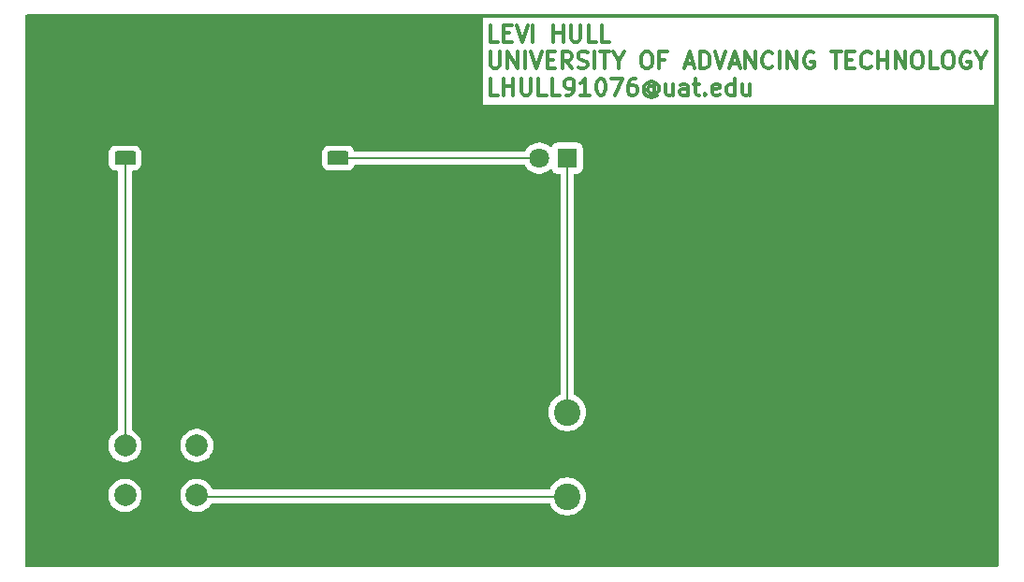
<source format=gbr>
%TF.GenerationSoftware,KiCad,Pcbnew,9.0.6*%
%TF.CreationDate,2025-11-23T11:18:46-06:00*%
%TF.ProjectId,pcb,7063622e-6b69-4636-9164-5f7063625858,rev?*%
%TF.SameCoordinates,Original*%
%TF.FileFunction,Copper,L1,Top*%
%TF.FilePolarity,Positive*%
%FSLAX46Y46*%
G04 Gerber Fmt 4.6, Leading zero omitted, Abs format (unit mm)*
G04 Created by KiCad (PCBNEW 9.0.6) date 2025-11-23 11:18:46*
%MOMM*%
%LPD*%
G01*
G04 APERTURE LIST*
G04 Aperture macros list*
%AMRoundRect*
0 Rectangle with rounded corners*
0 $1 Rounding radius*
0 $2 $3 $4 $5 $6 $7 $8 $9 X,Y pos of 4 corners*
0 Add a 4 corners polygon primitive as box body*
4,1,4,$2,$3,$4,$5,$6,$7,$8,$9,$2,$3,0*
0 Add four circle primitives for the rounded corners*
1,1,$1+$1,$2,$3*
1,1,$1+$1,$4,$5*
1,1,$1+$1,$6,$7*
1,1,$1+$1,$8,$9*
0 Add four rect primitives between the rounded corners*
20,1,$1+$1,$2,$3,$4,$5,0*
20,1,$1+$1,$4,$5,$6,$7,0*
20,1,$1+$1,$6,$7,$8,$9,0*
20,1,$1+$1,$8,$9,$2,$3,0*%
G04 Aperture macros list end*
%ADD10C,0.300000*%
%TA.AperFunction,NonConductor*%
%ADD11C,0.300000*%
%TD*%
%TA.AperFunction,ComponentPad*%
%ADD12C,2.000000*%
%TD*%
%TA.AperFunction,ComponentPad*%
%ADD13R,1.800000X1.800000*%
%TD*%
%TA.AperFunction,ComponentPad*%
%ADD14C,1.800000*%
%TD*%
%TA.AperFunction,SMDPad,CuDef*%
%ADD15RoundRect,0.190500X-0.762000X-0.444500X0.762000X-0.444500X0.762000X0.444500X-0.762000X0.444500X0*%
%TD*%
%TA.AperFunction,ComponentPad*%
%ADD16C,2.400000*%
%TD*%
%TA.AperFunction,Conductor*%
%ADD17C,0.200000*%
%TD*%
G04 APERTURE END LIST*
D10*
D11*
X138268796Y-82970996D02*
X137554510Y-82970996D01*
X137554510Y-82970996D02*
X137554510Y-81470996D01*
X138768796Y-82185282D02*
X139268796Y-82185282D01*
X139483082Y-82970996D02*
X138768796Y-82970996D01*
X138768796Y-82970996D02*
X138768796Y-81470996D01*
X138768796Y-81470996D02*
X139483082Y-81470996D01*
X139911654Y-81470996D02*
X140411654Y-82970996D01*
X140411654Y-82970996D02*
X140911654Y-81470996D01*
X141411653Y-82970996D02*
X141411653Y-81470996D01*
X143268796Y-82970996D02*
X143268796Y-81470996D01*
X143268796Y-82185282D02*
X144125939Y-82185282D01*
X144125939Y-82970996D02*
X144125939Y-81470996D01*
X144840225Y-81470996D02*
X144840225Y-82685282D01*
X144840225Y-82685282D02*
X144911654Y-82828139D01*
X144911654Y-82828139D02*
X144983083Y-82899568D01*
X144983083Y-82899568D02*
X145125940Y-82970996D01*
X145125940Y-82970996D02*
X145411654Y-82970996D01*
X145411654Y-82970996D02*
X145554511Y-82899568D01*
X145554511Y-82899568D02*
X145625940Y-82828139D01*
X145625940Y-82828139D02*
X145697368Y-82685282D01*
X145697368Y-82685282D02*
X145697368Y-81470996D01*
X147125940Y-82970996D02*
X146411654Y-82970996D01*
X146411654Y-82970996D02*
X146411654Y-81470996D01*
X148340226Y-82970996D02*
X147625940Y-82970996D01*
X147625940Y-82970996D02*
X147625940Y-81470996D01*
X137554510Y-83885912D02*
X137554510Y-85100198D01*
X137554510Y-85100198D02*
X137625939Y-85243055D01*
X137625939Y-85243055D02*
X137697368Y-85314484D01*
X137697368Y-85314484D02*
X137840225Y-85385912D01*
X137840225Y-85385912D02*
X138125939Y-85385912D01*
X138125939Y-85385912D02*
X138268796Y-85314484D01*
X138268796Y-85314484D02*
X138340225Y-85243055D01*
X138340225Y-85243055D02*
X138411653Y-85100198D01*
X138411653Y-85100198D02*
X138411653Y-83885912D01*
X139125939Y-85385912D02*
X139125939Y-83885912D01*
X139125939Y-83885912D02*
X139983082Y-85385912D01*
X139983082Y-85385912D02*
X139983082Y-83885912D01*
X140697368Y-85385912D02*
X140697368Y-83885912D01*
X141197369Y-83885912D02*
X141697369Y-85385912D01*
X141697369Y-85385912D02*
X142197369Y-83885912D01*
X142697368Y-84600198D02*
X143197368Y-84600198D01*
X143411654Y-85385912D02*
X142697368Y-85385912D01*
X142697368Y-85385912D02*
X142697368Y-83885912D01*
X142697368Y-83885912D02*
X143411654Y-83885912D01*
X144911654Y-85385912D02*
X144411654Y-84671626D01*
X144054511Y-85385912D02*
X144054511Y-83885912D01*
X144054511Y-83885912D02*
X144625940Y-83885912D01*
X144625940Y-83885912D02*
X144768797Y-83957341D01*
X144768797Y-83957341D02*
X144840226Y-84028769D01*
X144840226Y-84028769D02*
X144911654Y-84171626D01*
X144911654Y-84171626D02*
X144911654Y-84385912D01*
X144911654Y-84385912D02*
X144840226Y-84528769D01*
X144840226Y-84528769D02*
X144768797Y-84600198D01*
X144768797Y-84600198D02*
X144625940Y-84671626D01*
X144625940Y-84671626D02*
X144054511Y-84671626D01*
X145483083Y-85314484D02*
X145697369Y-85385912D01*
X145697369Y-85385912D02*
X146054511Y-85385912D01*
X146054511Y-85385912D02*
X146197369Y-85314484D01*
X146197369Y-85314484D02*
X146268797Y-85243055D01*
X146268797Y-85243055D02*
X146340226Y-85100198D01*
X146340226Y-85100198D02*
X146340226Y-84957341D01*
X146340226Y-84957341D02*
X146268797Y-84814484D01*
X146268797Y-84814484D02*
X146197369Y-84743055D01*
X146197369Y-84743055D02*
X146054511Y-84671626D01*
X146054511Y-84671626D02*
X145768797Y-84600198D01*
X145768797Y-84600198D02*
X145625940Y-84528769D01*
X145625940Y-84528769D02*
X145554511Y-84457341D01*
X145554511Y-84457341D02*
X145483083Y-84314484D01*
X145483083Y-84314484D02*
X145483083Y-84171626D01*
X145483083Y-84171626D02*
X145554511Y-84028769D01*
X145554511Y-84028769D02*
X145625940Y-83957341D01*
X145625940Y-83957341D02*
X145768797Y-83885912D01*
X145768797Y-83885912D02*
X146125940Y-83885912D01*
X146125940Y-83885912D02*
X146340226Y-83957341D01*
X146983082Y-85385912D02*
X146983082Y-83885912D01*
X147483083Y-83885912D02*
X148340226Y-83885912D01*
X147911654Y-85385912D02*
X147911654Y-83885912D01*
X149125940Y-84671626D02*
X149125940Y-85385912D01*
X148625940Y-83885912D02*
X149125940Y-84671626D01*
X149125940Y-84671626D02*
X149625940Y-83885912D01*
X151554511Y-83885912D02*
X151840225Y-83885912D01*
X151840225Y-83885912D02*
X151983082Y-83957341D01*
X151983082Y-83957341D02*
X152125939Y-84100198D01*
X152125939Y-84100198D02*
X152197368Y-84385912D01*
X152197368Y-84385912D02*
X152197368Y-84885912D01*
X152197368Y-84885912D02*
X152125939Y-85171626D01*
X152125939Y-85171626D02*
X151983082Y-85314484D01*
X151983082Y-85314484D02*
X151840225Y-85385912D01*
X151840225Y-85385912D02*
X151554511Y-85385912D01*
X151554511Y-85385912D02*
X151411654Y-85314484D01*
X151411654Y-85314484D02*
X151268796Y-85171626D01*
X151268796Y-85171626D02*
X151197368Y-84885912D01*
X151197368Y-84885912D02*
X151197368Y-84385912D01*
X151197368Y-84385912D02*
X151268796Y-84100198D01*
X151268796Y-84100198D02*
X151411654Y-83957341D01*
X151411654Y-83957341D02*
X151554511Y-83885912D01*
X153340225Y-84600198D02*
X152840225Y-84600198D01*
X152840225Y-85385912D02*
X152840225Y-83885912D01*
X152840225Y-83885912D02*
X153554511Y-83885912D01*
X155197368Y-84957341D02*
X155911654Y-84957341D01*
X155054511Y-85385912D02*
X155554511Y-83885912D01*
X155554511Y-83885912D02*
X156054511Y-85385912D01*
X156554510Y-85385912D02*
X156554510Y-83885912D01*
X156554510Y-83885912D02*
X156911653Y-83885912D01*
X156911653Y-83885912D02*
X157125939Y-83957341D01*
X157125939Y-83957341D02*
X157268796Y-84100198D01*
X157268796Y-84100198D02*
X157340225Y-84243055D01*
X157340225Y-84243055D02*
X157411653Y-84528769D01*
X157411653Y-84528769D02*
X157411653Y-84743055D01*
X157411653Y-84743055D02*
X157340225Y-85028769D01*
X157340225Y-85028769D02*
X157268796Y-85171626D01*
X157268796Y-85171626D02*
X157125939Y-85314484D01*
X157125939Y-85314484D02*
X156911653Y-85385912D01*
X156911653Y-85385912D02*
X156554510Y-85385912D01*
X157840225Y-83885912D02*
X158340225Y-85385912D01*
X158340225Y-85385912D02*
X158840225Y-83885912D01*
X159268796Y-84957341D02*
X159983082Y-84957341D01*
X159125939Y-85385912D02*
X159625939Y-83885912D01*
X159625939Y-83885912D02*
X160125939Y-85385912D01*
X160625938Y-85385912D02*
X160625938Y-83885912D01*
X160625938Y-83885912D02*
X161483081Y-85385912D01*
X161483081Y-85385912D02*
X161483081Y-83885912D01*
X163054510Y-85243055D02*
X162983082Y-85314484D01*
X162983082Y-85314484D02*
X162768796Y-85385912D01*
X162768796Y-85385912D02*
X162625939Y-85385912D01*
X162625939Y-85385912D02*
X162411653Y-85314484D01*
X162411653Y-85314484D02*
X162268796Y-85171626D01*
X162268796Y-85171626D02*
X162197367Y-85028769D01*
X162197367Y-85028769D02*
X162125939Y-84743055D01*
X162125939Y-84743055D02*
X162125939Y-84528769D01*
X162125939Y-84528769D02*
X162197367Y-84243055D01*
X162197367Y-84243055D02*
X162268796Y-84100198D01*
X162268796Y-84100198D02*
X162411653Y-83957341D01*
X162411653Y-83957341D02*
X162625939Y-83885912D01*
X162625939Y-83885912D02*
X162768796Y-83885912D01*
X162768796Y-83885912D02*
X162983082Y-83957341D01*
X162983082Y-83957341D02*
X163054510Y-84028769D01*
X163697367Y-85385912D02*
X163697367Y-83885912D01*
X164411653Y-85385912D02*
X164411653Y-83885912D01*
X164411653Y-83885912D02*
X165268796Y-85385912D01*
X165268796Y-85385912D02*
X165268796Y-83885912D01*
X166768797Y-83957341D02*
X166625940Y-83885912D01*
X166625940Y-83885912D02*
X166411654Y-83885912D01*
X166411654Y-83885912D02*
X166197368Y-83957341D01*
X166197368Y-83957341D02*
X166054511Y-84100198D01*
X166054511Y-84100198D02*
X165983082Y-84243055D01*
X165983082Y-84243055D02*
X165911654Y-84528769D01*
X165911654Y-84528769D02*
X165911654Y-84743055D01*
X165911654Y-84743055D02*
X165983082Y-85028769D01*
X165983082Y-85028769D02*
X166054511Y-85171626D01*
X166054511Y-85171626D02*
X166197368Y-85314484D01*
X166197368Y-85314484D02*
X166411654Y-85385912D01*
X166411654Y-85385912D02*
X166554511Y-85385912D01*
X166554511Y-85385912D02*
X166768797Y-85314484D01*
X166768797Y-85314484D02*
X166840225Y-85243055D01*
X166840225Y-85243055D02*
X166840225Y-84743055D01*
X166840225Y-84743055D02*
X166554511Y-84743055D01*
X168411654Y-83885912D02*
X169268797Y-83885912D01*
X168840225Y-85385912D02*
X168840225Y-83885912D01*
X169768796Y-84600198D02*
X170268796Y-84600198D01*
X170483082Y-85385912D02*
X169768796Y-85385912D01*
X169768796Y-85385912D02*
X169768796Y-83885912D01*
X169768796Y-83885912D02*
X170483082Y-83885912D01*
X171983082Y-85243055D02*
X171911654Y-85314484D01*
X171911654Y-85314484D02*
X171697368Y-85385912D01*
X171697368Y-85385912D02*
X171554511Y-85385912D01*
X171554511Y-85385912D02*
X171340225Y-85314484D01*
X171340225Y-85314484D02*
X171197368Y-85171626D01*
X171197368Y-85171626D02*
X171125939Y-85028769D01*
X171125939Y-85028769D02*
X171054511Y-84743055D01*
X171054511Y-84743055D02*
X171054511Y-84528769D01*
X171054511Y-84528769D02*
X171125939Y-84243055D01*
X171125939Y-84243055D02*
X171197368Y-84100198D01*
X171197368Y-84100198D02*
X171340225Y-83957341D01*
X171340225Y-83957341D02*
X171554511Y-83885912D01*
X171554511Y-83885912D02*
X171697368Y-83885912D01*
X171697368Y-83885912D02*
X171911654Y-83957341D01*
X171911654Y-83957341D02*
X171983082Y-84028769D01*
X172625939Y-85385912D02*
X172625939Y-83885912D01*
X172625939Y-84600198D02*
X173483082Y-84600198D01*
X173483082Y-85385912D02*
X173483082Y-83885912D01*
X174197368Y-85385912D02*
X174197368Y-83885912D01*
X174197368Y-83885912D02*
X175054511Y-85385912D01*
X175054511Y-85385912D02*
X175054511Y-83885912D01*
X176054512Y-83885912D02*
X176340226Y-83885912D01*
X176340226Y-83885912D02*
X176483083Y-83957341D01*
X176483083Y-83957341D02*
X176625940Y-84100198D01*
X176625940Y-84100198D02*
X176697369Y-84385912D01*
X176697369Y-84385912D02*
X176697369Y-84885912D01*
X176697369Y-84885912D02*
X176625940Y-85171626D01*
X176625940Y-85171626D02*
X176483083Y-85314484D01*
X176483083Y-85314484D02*
X176340226Y-85385912D01*
X176340226Y-85385912D02*
X176054512Y-85385912D01*
X176054512Y-85385912D02*
X175911655Y-85314484D01*
X175911655Y-85314484D02*
X175768797Y-85171626D01*
X175768797Y-85171626D02*
X175697369Y-84885912D01*
X175697369Y-84885912D02*
X175697369Y-84385912D01*
X175697369Y-84385912D02*
X175768797Y-84100198D01*
X175768797Y-84100198D02*
X175911655Y-83957341D01*
X175911655Y-83957341D02*
X176054512Y-83885912D01*
X178054512Y-85385912D02*
X177340226Y-85385912D01*
X177340226Y-85385912D02*
X177340226Y-83885912D01*
X178840227Y-83885912D02*
X179125941Y-83885912D01*
X179125941Y-83885912D02*
X179268798Y-83957341D01*
X179268798Y-83957341D02*
X179411655Y-84100198D01*
X179411655Y-84100198D02*
X179483084Y-84385912D01*
X179483084Y-84385912D02*
X179483084Y-84885912D01*
X179483084Y-84885912D02*
X179411655Y-85171626D01*
X179411655Y-85171626D02*
X179268798Y-85314484D01*
X179268798Y-85314484D02*
X179125941Y-85385912D01*
X179125941Y-85385912D02*
X178840227Y-85385912D01*
X178840227Y-85385912D02*
X178697370Y-85314484D01*
X178697370Y-85314484D02*
X178554512Y-85171626D01*
X178554512Y-85171626D02*
X178483084Y-84885912D01*
X178483084Y-84885912D02*
X178483084Y-84385912D01*
X178483084Y-84385912D02*
X178554512Y-84100198D01*
X178554512Y-84100198D02*
X178697370Y-83957341D01*
X178697370Y-83957341D02*
X178840227Y-83885912D01*
X180911656Y-83957341D02*
X180768799Y-83885912D01*
X180768799Y-83885912D02*
X180554513Y-83885912D01*
X180554513Y-83885912D02*
X180340227Y-83957341D01*
X180340227Y-83957341D02*
X180197370Y-84100198D01*
X180197370Y-84100198D02*
X180125941Y-84243055D01*
X180125941Y-84243055D02*
X180054513Y-84528769D01*
X180054513Y-84528769D02*
X180054513Y-84743055D01*
X180054513Y-84743055D02*
X180125941Y-85028769D01*
X180125941Y-85028769D02*
X180197370Y-85171626D01*
X180197370Y-85171626D02*
X180340227Y-85314484D01*
X180340227Y-85314484D02*
X180554513Y-85385912D01*
X180554513Y-85385912D02*
X180697370Y-85385912D01*
X180697370Y-85385912D02*
X180911656Y-85314484D01*
X180911656Y-85314484D02*
X180983084Y-85243055D01*
X180983084Y-85243055D02*
X180983084Y-84743055D01*
X180983084Y-84743055D02*
X180697370Y-84743055D01*
X181911656Y-84671626D02*
X181911656Y-85385912D01*
X181411656Y-83885912D02*
X181911656Y-84671626D01*
X181911656Y-84671626D02*
X182411656Y-83885912D01*
X138268796Y-87800828D02*
X137554510Y-87800828D01*
X137554510Y-87800828D02*
X137554510Y-86300828D01*
X138768796Y-87800828D02*
X138768796Y-86300828D01*
X138768796Y-87015114D02*
X139625939Y-87015114D01*
X139625939Y-87800828D02*
X139625939Y-86300828D01*
X140340225Y-86300828D02*
X140340225Y-87515114D01*
X140340225Y-87515114D02*
X140411654Y-87657971D01*
X140411654Y-87657971D02*
X140483083Y-87729400D01*
X140483083Y-87729400D02*
X140625940Y-87800828D01*
X140625940Y-87800828D02*
X140911654Y-87800828D01*
X140911654Y-87800828D02*
X141054511Y-87729400D01*
X141054511Y-87729400D02*
X141125940Y-87657971D01*
X141125940Y-87657971D02*
X141197368Y-87515114D01*
X141197368Y-87515114D02*
X141197368Y-86300828D01*
X142625940Y-87800828D02*
X141911654Y-87800828D01*
X141911654Y-87800828D02*
X141911654Y-86300828D01*
X143840226Y-87800828D02*
X143125940Y-87800828D01*
X143125940Y-87800828D02*
X143125940Y-86300828D01*
X144411655Y-87800828D02*
X144697369Y-87800828D01*
X144697369Y-87800828D02*
X144840226Y-87729400D01*
X144840226Y-87729400D02*
X144911655Y-87657971D01*
X144911655Y-87657971D02*
X145054512Y-87443685D01*
X145054512Y-87443685D02*
X145125941Y-87157971D01*
X145125941Y-87157971D02*
X145125941Y-86586542D01*
X145125941Y-86586542D02*
X145054512Y-86443685D01*
X145054512Y-86443685D02*
X144983084Y-86372257D01*
X144983084Y-86372257D02*
X144840226Y-86300828D01*
X144840226Y-86300828D02*
X144554512Y-86300828D01*
X144554512Y-86300828D02*
X144411655Y-86372257D01*
X144411655Y-86372257D02*
X144340226Y-86443685D01*
X144340226Y-86443685D02*
X144268798Y-86586542D01*
X144268798Y-86586542D02*
X144268798Y-86943685D01*
X144268798Y-86943685D02*
X144340226Y-87086542D01*
X144340226Y-87086542D02*
X144411655Y-87157971D01*
X144411655Y-87157971D02*
X144554512Y-87229400D01*
X144554512Y-87229400D02*
X144840226Y-87229400D01*
X144840226Y-87229400D02*
X144983084Y-87157971D01*
X144983084Y-87157971D02*
X145054512Y-87086542D01*
X145054512Y-87086542D02*
X145125941Y-86943685D01*
X146554512Y-87800828D02*
X145697369Y-87800828D01*
X146125940Y-87800828D02*
X146125940Y-86300828D01*
X146125940Y-86300828D02*
X145983083Y-86515114D01*
X145983083Y-86515114D02*
X145840226Y-86657971D01*
X145840226Y-86657971D02*
X145697369Y-86729400D01*
X147483083Y-86300828D02*
X147625940Y-86300828D01*
X147625940Y-86300828D02*
X147768797Y-86372257D01*
X147768797Y-86372257D02*
X147840226Y-86443685D01*
X147840226Y-86443685D02*
X147911654Y-86586542D01*
X147911654Y-86586542D02*
X147983083Y-86872257D01*
X147983083Y-86872257D02*
X147983083Y-87229400D01*
X147983083Y-87229400D02*
X147911654Y-87515114D01*
X147911654Y-87515114D02*
X147840226Y-87657971D01*
X147840226Y-87657971D02*
X147768797Y-87729400D01*
X147768797Y-87729400D02*
X147625940Y-87800828D01*
X147625940Y-87800828D02*
X147483083Y-87800828D01*
X147483083Y-87800828D02*
X147340226Y-87729400D01*
X147340226Y-87729400D02*
X147268797Y-87657971D01*
X147268797Y-87657971D02*
X147197368Y-87515114D01*
X147197368Y-87515114D02*
X147125940Y-87229400D01*
X147125940Y-87229400D02*
X147125940Y-86872257D01*
X147125940Y-86872257D02*
X147197368Y-86586542D01*
X147197368Y-86586542D02*
X147268797Y-86443685D01*
X147268797Y-86443685D02*
X147340226Y-86372257D01*
X147340226Y-86372257D02*
X147483083Y-86300828D01*
X148483082Y-86300828D02*
X149483082Y-86300828D01*
X149483082Y-86300828D02*
X148840225Y-87800828D01*
X150697368Y-86300828D02*
X150411653Y-86300828D01*
X150411653Y-86300828D02*
X150268796Y-86372257D01*
X150268796Y-86372257D02*
X150197368Y-86443685D01*
X150197368Y-86443685D02*
X150054510Y-86657971D01*
X150054510Y-86657971D02*
X149983082Y-86943685D01*
X149983082Y-86943685D02*
X149983082Y-87515114D01*
X149983082Y-87515114D02*
X150054510Y-87657971D01*
X150054510Y-87657971D02*
X150125939Y-87729400D01*
X150125939Y-87729400D02*
X150268796Y-87800828D01*
X150268796Y-87800828D02*
X150554510Y-87800828D01*
X150554510Y-87800828D02*
X150697368Y-87729400D01*
X150697368Y-87729400D02*
X150768796Y-87657971D01*
X150768796Y-87657971D02*
X150840225Y-87515114D01*
X150840225Y-87515114D02*
X150840225Y-87157971D01*
X150840225Y-87157971D02*
X150768796Y-87015114D01*
X150768796Y-87015114D02*
X150697368Y-86943685D01*
X150697368Y-86943685D02*
X150554510Y-86872257D01*
X150554510Y-86872257D02*
X150268796Y-86872257D01*
X150268796Y-86872257D02*
X150125939Y-86943685D01*
X150125939Y-86943685D02*
X150054510Y-87015114D01*
X150054510Y-87015114D02*
X149983082Y-87157971D01*
X152411653Y-87086542D02*
X152340224Y-87015114D01*
X152340224Y-87015114D02*
X152197367Y-86943685D01*
X152197367Y-86943685D02*
X152054510Y-86943685D01*
X152054510Y-86943685D02*
X151911653Y-87015114D01*
X151911653Y-87015114D02*
X151840224Y-87086542D01*
X151840224Y-87086542D02*
X151768796Y-87229400D01*
X151768796Y-87229400D02*
X151768796Y-87372257D01*
X151768796Y-87372257D02*
X151840224Y-87515114D01*
X151840224Y-87515114D02*
X151911653Y-87586542D01*
X151911653Y-87586542D02*
X152054510Y-87657971D01*
X152054510Y-87657971D02*
X152197367Y-87657971D01*
X152197367Y-87657971D02*
X152340224Y-87586542D01*
X152340224Y-87586542D02*
X152411653Y-87515114D01*
X152411653Y-86943685D02*
X152411653Y-87515114D01*
X152411653Y-87515114D02*
X152483081Y-87586542D01*
X152483081Y-87586542D02*
X152554510Y-87586542D01*
X152554510Y-87586542D02*
X152697367Y-87515114D01*
X152697367Y-87515114D02*
X152768796Y-87372257D01*
X152768796Y-87372257D02*
X152768796Y-87015114D01*
X152768796Y-87015114D02*
X152625939Y-86800828D01*
X152625939Y-86800828D02*
X152411653Y-86657971D01*
X152411653Y-86657971D02*
X152125939Y-86586542D01*
X152125939Y-86586542D02*
X151840224Y-86657971D01*
X151840224Y-86657971D02*
X151625939Y-86800828D01*
X151625939Y-86800828D02*
X151483081Y-87015114D01*
X151483081Y-87015114D02*
X151411653Y-87300828D01*
X151411653Y-87300828D02*
X151483081Y-87586542D01*
X151483081Y-87586542D02*
X151625939Y-87800828D01*
X151625939Y-87800828D02*
X151840224Y-87943685D01*
X151840224Y-87943685D02*
X152125939Y-88015114D01*
X152125939Y-88015114D02*
X152411653Y-87943685D01*
X152411653Y-87943685D02*
X152625939Y-87800828D01*
X154054510Y-86800828D02*
X154054510Y-87800828D01*
X153411652Y-86800828D02*
X153411652Y-87586542D01*
X153411652Y-87586542D02*
X153483081Y-87729400D01*
X153483081Y-87729400D02*
X153625938Y-87800828D01*
X153625938Y-87800828D02*
X153840224Y-87800828D01*
X153840224Y-87800828D02*
X153983081Y-87729400D01*
X153983081Y-87729400D02*
X154054510Y-87657971D01*
X155411653Y-87800828D02*
X155411653Y-87015114D01*
X155411653Y-87015114D02*
X155340224Y-86872257D01*
X155340224Y-86872257D02*
X155197367Y-86800828D01*
X155197367Y-86800828D02*
X154911653Y-86800828D01*
X154911653Y-86800828D02*
X154768795Y-86872257D01*
X155411653Y-87729400D02*
X155268795Y-87800828D01*
X155268795Y-87800828D02*
X154911653Y-87800828D01*
X154911653Y-87800828D02*
X154768795Y-87729400D01*
X154768795Y-87729400D02*
X154697367Y-87586542D01*
X154697367Y-87586542D02*
X154697367Y-87443685D01*
X154697367Y-87443685D02*
X154768795Y-87300828D01*
X154768795Y-87300828D02*
X154911653Y-87229400D01*
X154911653Y-87229400D02*
X155268795Y-87229400D01*
X155268795Y-87229400D02*
X155411653Y-87157971D01*
X155911653Y-86800828D02*
X156483081Y-86800828D01*
X156125938Y-86300828D02*
X156125938Y-87586542D01*
X156125938Y-87586542D02*
X156197367Y-87729400D01*
X156197367Y-87729400D02*
X156340224Y-87800828D01*
X156340224Y-87800828D02*
X156483081Y-87800828D01*
X156983081Y-87657971D02*
X157054510Y-87729400D01*
X157054510Y-87729400D02*
X156983081Y-87800828D01*
X156983081Y-87800828D02*
X156911653Y-87729400D01*
X156911653Y-87729400D02*
X156983081Y-87657971D01*
X156983081Y-87657971D02*
X156983081Y-87800828D01*
X158268796Y-87729400D02*
X158125939Y-87800828D01*
X158125939Y-87800828D02*
X157840225Y-87800828D01*
X157840225Y-87800828D02*
X157697367Y-87729400D01*
X157697367Y-87729400D02*
X157625939Y-87586542D01*
X157625939Y-87586542D02*
X157625939Y-87015114D01*
X157625939Y-87015114D02*
X157697367Y-86872257D01*
X157697367Y-86872257D02*
X157840225Y-86800828D01*
X157840225Y-86800828D02*
X158125939Y-86800828D01*
X158125939Y-86800828D02*
X158268796Y-86872257D01*
X158268796Y-86872257D02*
X158340225Y-87015114D01*
X158340225Y-87015114D02*
X158340225Y-87157971D01*
X158340225Y-87157971D02*
X157625939Y-87300828D01*
X159625939Y-87800828D02*
X159625939Y-86300828D01*
X159625939Y-87729400D02*
X159483081Y-87800828D01*
X159483081Y-87800828D02*
X159197367Y-87800828D01*
X159197367Y-87800828D02*
X159054510Y-87729400D01*
X159054510Y-87729400D02*
X158983081Y-87657971D01*
X158983081Y-87657971D02*
X158911653Y-87515114D01*
X158911653Y-87515114D02*
X158911653Y-87086542D01*
X158911653Y-87086542D02*
X158983081Y-86943685D01*
X158983081Y-86943685D02*
X159054510Y-86872257D01*
X159054510Y-86872257D02*
X159197367Y-86800828D01*
X159197367Y-86800828D02*
X159483081Y-86800828D01*
X159483081Y-86800828D02*
X159625939Y-86872257D01*
X160983082Y-86800828D02*
X160983082Y-87800828D01*
X160340224Y-86800828D02*
X160340224Y-87586542D01*
X160340224Y-87586542D02*
X160411653Y-87729400D01*
X160411653Y-87729400D02*
X160554510Y-87800828D01*
X160554510Y-87800828D02*
X160768796Y-87800828D01*
X160768796Y-87800828D02*
X160911653Y-87729400D01*
X160911653Y-87729400D02*
X160983082Y-87657971D01*
D12*
%TO.P,SW1,1,1*%
%TO.N,Net-(BT1--)*%
X104500000Y-119500000D03*
X111000000Y-119500000D03*
%TO.P,SW1,2,2*%
%TO.N,Net-(R1-Pad2)*%
X104500000Y-124000000D03*
X111000000Y-124000000D03*
%TD*%
D13*
%TO.P,D1,1,K*%
%TO.N,Net-(D1-K)*%
X144500000Y-93500000D03*
D14*
%TO.P,D1,2,A*%
%TO.N,Net-(BT1-+)*%
X141960000Y-93500000D03*
%TD*%
D15*
%TO.P,BT1,1,+*%
%TO.N,Net-(BT1-+)*%
X123800423Y-93500000D03*
%TO.P,BT1,2,-*%
%TO.N,Net-(BT1--)*%
X104500000Y-93500000D03*
%TD*%
D16*
%TO.P,R1,1*%
%TO.N,Net-(D1-K)*%
X144500000Y-116490000D03*
%TO.P,R1,2*%
%TO.N,Net-(R1-Pad2)*%
X144500000Y-124110000D03*
%TD*%
D17*
%TO.N,Net-(BT1--)*%
X104500000Y-119500000D02*
X104500000Y-93500000D01*
%TO.N,Net-(BT1-+)*%
X123800423Y-93500000D02*
X141960000Y-93500000D01*
%TO.N,Net-(D1-K)*%
X144500000Y-93500000D02*
X144500000Y-116490000D01*
%TO.N,Net-(R1-Pad2)*%
X111110000Y-124110000D02*
X111000000Y-124000000D01*
X144500000Y-124110000D02*
X111110000Y-124110000D01*
%TD*%
%TA.AperFunction,NonConductor*%
G36*
X183442539Y-80520185D02*
G01*
X183488294Y-80572989D01*
X183499500Y-80624500D01*
X183499500Y-130375500D01*
X183479815Y-130442539D01*
X183427011Y-130488294D01*
X183375500Y-130499500D01*
X95624500Y-130499500D01*
X95557461Y-130479815D01*
X95511706Y-130427011D01*
X95500500Y-130375500D01*
X95500500Y-123881902D01*
X102999500Y-123881902D01*
X102999500Y-124118097D01*
X103036446Y-124351368D01*
X103109433Y-124575996D01*
X103151110Y-124657790D01*
X103216657Y-124786433D01*
X103355483Y-124977510D01*
X103522490Y-125144517D01*
X103713567Y-125283343D01*
X103812991Y-125334002D01*
X103924003Y-125390566D01*
X103924005Y-125390566D01*
X103924008Y-125390568D01*
X104044412Y-125429689D01*
X104148631Y-125463553D01*
X104381903Y-125500500D01*
X104381908Y-125500500D01*
X104618097Y-125500500D01*
X104851368Y-125463553D01*
X105075992Y-125390568D01*
X105286433Y-125283343D01*
X105477510Y-125144517D01*
X105644517Y-124977510D01*
X105783343Y-124786433D01*
X105890568Y-124575992D01*
X105963553Y-124351368D01*
X106000500Y-124118097D01*
X106000500Y-123881902D01*
X109499500Y-123881902D01*
X109499500Y-124118097D01*
X109536446Y-124351368D01*
X109609433Y-124575996D01*
X109651110Y-124657790D01*
X109716657Y-124786433D01*
X109855483Y-124977510D01*
X110022490Y-125144517D01*
X110213567Y-125283343D01*
X110312991Y-125334002D01*
X110424003Y-125390566D01*
X110424005Y-125390566D01*
X110424008Y-125390568D01*
X110544412Y-125429689D01*
X110648631Y-125463553D01*
X110881903Y-125500500D01*
X110881908Y-125500500D01*
X111118097Y-125500500D01*
X111351368Y-125463553D01*
X111575992Y-125390568D01*
X111786433Y-125283343D01*
X111977510Y-125144517D01*
X112144517Y-124977510D01*
X112283343Y-124786433D01*
X112287534Y-124778206D01*
X112335508Y-124727410D01*
X112398020Y-124710500D01*
X142825273Y-124710500D01*
X142892312Y-124730185D01*
X142938067Y-124782989D01*
X142939834Y-124787048D01*
X142971590Y-124863717D01*
X142971593Y-124863722D01*
X142971595Y-124863726D01*
X143083052Y-125056774D01*
X143083057Y-125056780D01*
X143083058Y-125056782D01*
X143218751Y-125233622D01*
X143218757Y-125233629D01*
X143376370Y-125391242D01*
X143376377Y-125391248D01*
X143502294Y-125487867D01*
X143553226Y-125526948D01*
X143746274Y-125638405D01*
X143952219Y-125723710D01*
X144167537Y-125781404D01*
X144388543Y-125810500D01*
X144388550Y-125810500D01*
X144611450Y-125810500D01*
X144611457Y-125810500D01*
X144832463Y-125781404D01*
X145047781Y-125723710D01*
X145253726Y-125638405D01*
X145446774Y-125526948D01*
X145623624Y-125391247D01*
X145781247Y-125233624D01*
X145916948Y-125056774D01*
X146028405Y-124863726D01*
X146113710Y-124657781D01*
X146171404Y-124442463D01*
X146200500Y-124221457D01*
X146200500Y-123998543D01*
X146171404Y-123777537D01*
X146113710Y-123562219D01*
X146028405Y-123356274D01*
X145916948Y-123163226D01*
X145781247Y-122986376D01*
X145781242Y-122986370D01*
X145623629Y-122828757D01*
X145623622Y-122828751D01*
X145446782Y-122693058D01*
X145446780Y-122693057D01*
X145446774Y-122693052D01*
X145253726Y-122581595D01*
X145253722Y-122581593D01*
X145047790Y-122496293D01*
X145047783Y-122496291D01*
X145047781Y-122496290D01*
X144832463Y-122438596D01*
X144832457Y-122438595D01*
X144832452Y-122438594D01*
X144611466Y-122409501D01*
X144611463Y-122409500D01*
X144611457Y-122409500D01*
X144388543Y-122409500D01*
X144388537Y-122409500D01*
X144388533Y-122409501D01*
X144167547Y-122438594D01*
X144167540Y-122438595D01*
X144167537Y-122438596D01*
X143952219Y-122496290D01*
X143952209Y-122496293D01*
X143746277Y-122581593D01*
X143746273Y-122581595D01*
X143553226Y-122693052D01*
X143553217Y-122693058D01*
X143376377Y-122828751D01*
X143376370Y-122828757D01*
X143218757Y-122986370D01*
X143218751Y-122986377D01*
X143083058Y-123163217D01*
X143083052Y-123163226D01*
X142971595Y-123356273D01*
X142971590Y-123356282D01*
X142939834Y-123432952D01*
X142895994Y-123487356D01*
X142829700Y-123509421D01*
X142825273Y-123509500D01*
X112508437Y-123509500D01*
X112441398Y-123489815D01*
X112395643Y-123437011D01*
X112390757Y-123424464D01*
X112390569Y-123424009D01*
X112283342Y-123213566D01*
X112144517Y-123022490D01*
X111977510Y-122855483D01*
X111786433Y-122716657D01*
X111575996Y-122609433D01*
X111351368Y-122536446D01*
X111118097Y-122499500D01*
X111118092Y-122499500D01*
X110881908Y-122499500D01*
X110881903Y-122499500D01*
X110648631Y-122536446D01*
X110424003Y-122609433D01*
X110213566Y-122716657D01*
X110104550Y-122795862D01*
X110022490Y-122855483D01*
X110022488Y-122855485D01*
X110022487Y-122855485D01*
X109855485Y-123022487D01*
X109855485Y-123022488D01*
X109855483Y-123022490D01*
X109795862Y-123104550D01*
X109716657Y-123213566D01*
X109609433Y-123424003D01*
X109536446Y-123648631D01*
X109499500Y-123881902D01*
X106000500Y-123881902D01*
X105963553Y-123648631D01*
X105890566Y-123424003D01*
X105783342Y-123213566D01*
X105644517Y-123022490D01*
X105477510Y-122855483D01*
X105286433Y-122716657D01*
X105075996Y-122609433D01*
X104851368Y-122536446D01*
X104618097Y-122499500D01*
X104618092Y-122499500D01*
X104381908Y-122499500D01*
X104381903Y-122499500D01*
X104148631Y-122536446D01*
X103924003Y-122609433D01*
X103713566Y-122716657D01*
X103604550Y-122795862D01*
X103522490Y-122855483D01*
X103522488Y-122855485D01*
X103522487Y-122855485D01*
X103355485Y-123022487D01*
X103355485Y-123022488D01*
X103355483Y-123022490D01*
X103295862Y-123104550D01*
X103216657Y-123213566D01*
X103109433Y-123424003D01*
X103036446Y-123648631D01*
X102999500Y-123881902D01*
X95500500Y-123881902D01*
X95500500Y-119381902D01*
X102999500Y-119381902D01*
X102999500Y-119618097D01*
X103036446Y-119851368D01*
X103109433Y-120075996D01*
X103216657Y-120286433D01*
X103355483Y-120477510D01*
X103522490Y-120644517D01*
X103713567Y-120783343D01*
X103812991Y-120834002D01*
X103924003Y-120890566D01*
X103924005Y-120890566D01*
X103924008Y-120890568D01*
X104044412Y-120929689D01*
X104148631Y-120963553D01*
X104381903Y-121000500D01*
X104381908Y-121000500D01*
X104618097Y-121000500D01*
X104851368Y-120963553D01*
X105075992Y-120890568D01*
X105286433Y-120783343D01*
X105477510Y-120644517D01*
X105644517Y-120477510D01*
X105783343Y-120286433D01*
X105890568Y-120075992D01*
X105963553Y-119851368D01*
X106000500Y-119618097D01*
X106000500Y-119381902D01*
X109499500Y-119381902D01*
X109499500Y-119618097D01*
X109536446Y-119851368D01*
X109609433Y-120075996D01*
X109716657Y-120286433D01*
X109855483Y-120477510D01*
X110022490Y-120644517D01*
X110213567Y-120783343D01*
X110312991Y-120834002D01*
X110424003Y-120890566D01*
X110424005Y-120890566D01*
X110424008Y-120890568D01*
X110544412Y-120929689D01*
X110648631Y-120963553D01*
X110881903Y-121000500D01*
X110881908Y-121000500D01*
X111118097Y-121000500D01*
X111351368Y-120963553D01*
X111575992Y-120890568D01*
X111786433Y-120783343D01*
X111977510Y-120644517D01*
X112144517Y-120477510D01*
X112283343Y-120286433D01*
X112390568Y-120075992D01*
X112463553Y-119851368D01*
X112500500Y-119618097D01*
X112500500Y-119381902D01*
X112463553Y-119148631D01*
X112390566Y-118924003D01*
X112283342Y-118713566D01*
X112144517Y-118522490D01*
X111977510Y-118355483D01*
X111786433Y-118216657D01*
X111735097Y-118190500D01*
X111575996Y-118109433D01*
X111351368Y-118036446D01*
X111118097Y-117999500D01*
X111118092Y-117999500D01*
X110881908Y-117999500D01*
X110881903Y-117999500D01*
X110648631Y-118036446D01*
X110424003Y-118109433D01*
X110213566Y-118216657D01*
X110104550Y-118295862D01*
X110022490Y-118355483D01*
X110022488Y-118355485D01*
X110022487Y-118355485D01*
X109855485Y-118522487D01*
X109855485Y-118522488D01*
X109855483Y-118522490D01*
X109795862Y-118604550D01*
X109716657Y-118713566D01*
X109609433Y-118924003D01*
X109536446Y-119148631D01*
X109499500Y-119381902D01*
X106000500Y-119381902D01*
X105963553Y-119148631D01*
X105890566Y-118924003D01*
X105783342Y-118713566D01*
X105644517Y-118522490D01*
X105477510Y-118355483D01*
X105381971Y-118286070D01*
X105286431Y-118216655D01*
X105168204Y-118156415D01*
X105117409Y-118108441D01*
X105100500Y-118045931D01*
X105100500Y-94759499D01*
X105120185Y-94692460D01*
X105172989Y-94646705D01*
X105224500Y-94635499D01*
X105317853Y-94635499D01*
X105387466Y-94629174D01*
X105387469Y-94629173D01*
X105387471Y-94629173D01*
X105547678Y-94579251D01*
X105648881Y-94518072D01*
X105691277Y-94492443D01*
X105691278Y-94492441D01*
X105691283Y-94492439D01*
X105809939Y-94373783D01*
X105896751Y-94230178D01*
X105946673Y-94069971D01*
X105953000Y-94000347D01*
X105952999Y-92999655D01*
X122347423Y-92999655D01*
X122347423Y-94000354D01*
X122353748Y-94069966D01*
X122353751Y-94069977D01*
X122403670Y-94230175D01*
X122403672Y-94230179D01*
X122490479Y-94373777D01*
X122490483Y-94373782D01*
X122609140Y-94492439D01*
X122609145Y-94492443D01*
X122673657Y-94531441D01*
X122752745Y-94579251D01*
X122912952Y-94629173D01*
X122982576Y-94635500D01*
X124618269Y-94635499D01*
X124618276Y-94635499D01*
X124687889Y-94629174D01*
X124687892Y-94629173D01*
X124687894Y-94629173D01*
X124848101Y-94579251D01*
X124949304Y-94518072D01*
X124991700Y-94492443D01*
X124991701Y-94492441D01*
X124991706Y-94492439D01*
X125110362Y-94373783D01*
X125197174Y-94230178D01*
X125210439Y-94187608D01*
X125249176Y-94129462D01*
X125313201Y-94101488D01*
X125328824Y-94100500D01*
X140618164Y-94100500D01*
X140685203Y-94120185D01*
X140728648Y-94168204D01*
X140762185Y-94234023D01*
X140891752Y-94412358D01*
X140891756Y-94412363D01*
X141047636Y-94568243D01*
X141047641Y-94568247D01*
X141167300Y-94655183D01*
X141225978Y-94697815D01*
X141354375Y-94763237D01*
X141422393Y-94797895D01*
X141422396Y-94797896D01*
X141527221Y-94831955D01*
X141632049Y-94866015D01*
X141849778Y-94900500D01*
X141849779Y-94900500D01*
X142070221Y-94900500D01*
X142070222Y-94900500D01*
X142287951Y-94866015D01*
X142497606Y-94797895D01*
X142694022Y-94697815D01*
X142872365Y-94568242D01*
X142922536Y-94518070D01*
X142983857Y-94484586D01*
X143053548Y-94489570D01*
X143109482Y-94531441D01*
X143126398Y-94562419D01*
X143156202Y-94642328D01*
X143156206Y-94642335D01*
X143242452Y-94757544D01*
X143242455Y-94757547D01*
X143357664Y-94843793D01*
X143357671Y-94843797D01*
X143402618Y-94860561D01*
X143492517Y-94894091D01*
X143552127Y-94900500D01*
X143775500Y-94900499D01*
X143842539Y-94920183D01*
X143888294Y-94972987D01*
X143899500Y-95024499D01*
X143899500Y-114815272D01*
X143879815Y-114882311D01*
X143827011Y-114928066D01*
X143822954Y-114929832D01*
X143746274Y-114961594D01*
X143746272Y-114961595D01*
X143553226Y-115073052D01*
X143553217Y-115073058D01*
X143376377Y-115208751D01*
X143376370Y-115208757D01*
X143218757Y-115366370D01*
X143218751Y-115366377D01*
X143083058Y-115543217D01*
X143083052Y-115543226D01*
X142971595Y-115736273D01*
X142971593Y-115736277D01*
X142886293Y-115942209D01*
X142886290Y-115942219D01*
X142828597Y-116157534D01*
X142828594Y-116157547D01*
X142799501Y-116378533D01*
X142799500Y-116378549D01*
X142799500Y-116601450D01*
X142799501Y-116601466D01*
X142828594Y-116822452D01*
X142828595Y-116822457D01*
X142828596Y-116822463D01*
X142828597Y-116822465D01*
X142886290Y-117037780D01*
X142886293Y-117037790D01*
X142971593Y-117243722D01*
X142971595Y-117243726D01*
X143083052Y-117436774D01*
X143083057Y-117436780D01*
X143083058Y-117436782D01*
X143218751Y-117613622D01*
X143218757Y-117613629D01*
X143376370Y-117771242D01*
X143376376Y-117771247D01*
X143553226Y-117906948D01*
X143746274Y-118018405D01*
X143952219Y-118103710D01*
X144167537Y-118161404D01*
X144388543Y-118190500D01*
X144388550Y-118190500D01*
X144611450Y-118190500D01*
X144611457Y-118190500D01*
X144832463Y-118161404D01*
X145047781Y-118103710D01*
X145253726Y-118018405D01*
X145446774Y-117906948D01*
X145623624Y-117771247D01*
X145781247Y-117613624D01*
X145916948Y-117436774D01*
X146028405Y-117243726D01*
X146113710Y-117037781D01*
X146171404Y-116822463D01*
X146200500Y-116601457D01*
X146200500Y-116378543D01*
X146171404Y-116157537D01*
X146113710Y-115942219D01*
X146028405Y-115736274D01*
X145916948Y-115543226D01*
X145781247Y-115366376D01*
X145781242Y-115366370D01*
X145623629Y-115208757D01*
X145623622Y-115208751D01*
X145446782Y-115073058D01*
X145446780Y-115073057D01*
X145446774Y-115073052D01*
X145350250Y-115017323D01*
X145253727Y-114961595D01*
X145253725Y-114961594D01*
X145177046Y-114929832D01*
X145122643Y-114885991D01*
X145100579Y-114819696D01*
X145100500Y-114815272D01*
X145100500Y-95024499D01*
X145120185Y-94957460D01*
X145172989Y-94911705D01*
X145224500Y-94900499D01*
X145447871Y-94900499D01*
X145447872Y-94900499D01*
X145507483Y-94894091D01*
X145642331Y-94843796D01*
X145757546Y-94757546D01*
X145843796Y-94642331D01*
X145894091Y-94507483D01*
X145900500Y-94447873D01*
X145900499Y-92552128D01*
X145894091Y-92492517D01*
X145873601Y-92437581D01*
X145843797Y-92357671D01*
X145843793Y-92357664D01*
X145757547Y-92242455D01*
X145757544Y-92242452D01*
X145642335Y-92156206D01*
X145642328Y-92156202D01*
X145507482Y-92105908D01*
X145507483Y-92105908D01*
X145447883Y-92099501D01*
X145447881Y-92099500D01*
X145447873Y-92099500D01*
X145447864Y-92099500D01*
X143552129Y-92099500D01*
X143552123Y-92099501D01*
X143492516Y-92105908D01*
X143357671Y-92156202D01*
X143357664Y-92156206D01*
X143242455Y-92242452D01*
X143242452Y-92242455D01*
X143156206Y-92357664D01*
X143156203Y-92357669D01*
X143126398Y-92437581D01*
X143084526Y-92493514D01*
X143019062Y-92517931D01*
X142950789Y-92503079D01*
X142922535Y-92481928D01*
X142872363Y-92431756D01*
X142872358Y-92431752D01*
X142694025Y-92302187D01*
X142694024Y-92302186D01*
X142694022Y-92302185D01*
X142576791Y-92242452D01*
X142497606Y-92202104D01*
X142497603Y-92202103D01*
X142287952Y-92133985D01*
X142179086Y-92116742D01*
X142070222Y-92099500D01*
X141849778Y-92099500D01*
X141777201Y-92110995D01*
X141632047Y-92133985D01*
X141422396Y-92202103D01*
X141422393Y-92202104D01*
X141225974Y-92302187D01*
X141047641Y-92431752D01*
X141047636Y-92431756D01*
X140891756Y-92587636D01*
X140891752Y-92587641D01*
X140762185Y-92765976D01*
X140728648Y-92831796D01*
X140680674Y-92882591D01*
X140618164Y-92899500D01*
X125328824Y-92899500D01*
X125261785Y-92879815D01*
X125216030Y-92827011D01*
X125210441Y-92812398D01*
X125197174Y-92769822D01*
X125183266Y-92746815D01*
X125110366Y-92626222D01*
X125110362Y-92626217D01*
X124991705Y-92507560D01*
X124991700Y-92507556D01*
X124848103Y-92420750D01*
X124848102Y-92420749D01*
X124848101Y-92420749D01*
X124687894Y-92370827D01*
X124687892Y-92370826D01*
X124687890Y-92370826D01*
X124639144Y-92366396D01*
X124618270Y-92364500D01*
X124618267Y-92364500D01*
X122982568Y-92364500D01*
X122912956Y-92370825D01*
X122912945Y-92370828D01*
X122752747Y-92420747D01*
X122752743Y-92420749D01*
X122609145Y-92507556D01*
X122609140Y-92507560D01*
X122490483Y-92626217D01*
X122490479Y-92626222D01*
X122403673Y-92769819D01*
X122353749Y-92930032D01*
X122347423Y-92999655D01*
X105952999Y-92999655D01*
X105952999Y-92999654D01*
X105952999Y-92999653D01*
X105952999Y-92999645D01*
X105946674Y-92930033D01*
X105946671Y-92930022D01*
X105896752Y-92769824D01*
X105896750Y-92769820D01*
X105809943Y-92626222D01*
X105809939Y-92626217D01*
X105691282Y-92507560D01*
X105691277Y-92507556D01*
X105547680Y-92420750D01*
X105547679Y-92420749D01*
X105547678Y-92420749D01*
X105387471Y-92370827D01*
X105387469Y-92370826D01*
X105387467Y-92370826D01*
X105338721Y-92366396D01*
X105317847Y-92364500D01*
X105317844Y-92364500D01*
X103682145Y-92364500D01*
X103612533Y-92370825D01*
X103612522Y-92370828D01*
X103452324Y-92420747D01*
X103452320Y-92420749D01*
X103308722Y-92507556D01*
X103308717Y-92507560D01*
X103190060Y-92626217D01*
X103190056Y-92626222D01*
X103103250Y-92769819D01*
X103053326Y-92930032D01*
X103047000Y-92999655D01*
X103047000Y-94000354D01*
X103053325Y-94069966D01*
X103053328Y-94069977D01*
X103103247Y-94230175D01*
X103103249Y-94230179D01*
X103190056Y-94373777D01*
X103190060Y-94373782D01*
X103308717Y-94492439D01*
X103308722Y-94492443D01*
X103373234Y-94531441D01*
X103452322Y-94579251D01*
X103612529Y-94629173D01*
X103682153Y-94635500D01*
X103775500Y-94635499D01*
X103842538Y-94655183D01*
X103888294Y-94707986D01*
X103899500Y-94759499D01*
X103899500Y-118045931D01*
X103879815Y-118112970D01*
X103831796Y-118156415D01*
X103713568Y-118216655D01*
X103579896Y-118313774D01*
X103522490Y-118355483D01*
X103522488Y-118355485D01*
X103522487Y-118355485D01*
X103355485Y-118522487D01*
X103355485Y-118522488D01*
X103355483Y-118522490D01*
X103295862Y-118604550D01*
X103216657Y-118713566D01*
X103109433Y-118924003D01*
X103036446Y-119148631D01*
X102999500Y-119381902D01*
X95500500Y-119381902D01*
X95500500Y-88673317D01*
X136897285Y-88673317D01*
X183069980Y-88673317D01*
X183069980Y-80813771D01*
X136897285Y-80813771D01*
X136897285Y-88673317D01*
X95500500Y-88673317D01*
X95500500Y-80624500D01*
X95520185Y-80557461D01*
X95572989Y-80511706D01*
X95624500Y-80500500D01*
X183375500Y-80500500D01*
X183442539Y-80520185D01*
G37*
%TD.AperFunction*%
M02*

</source>
